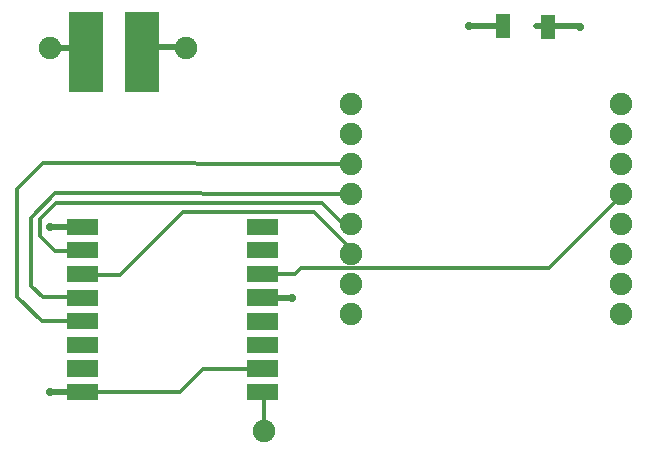
<source format=gbr>
%FSLAX34Y34*%
%MOMM*%
%LNCOPPER_TOP*%
G71*
G01*
%ADD10R,2.900X6.900*%
%ADD11C,0.700*%
%ADD12C,0.500*%
%ADD13R,1.300X2.000*%
%ADD14C,1.900*%
%ADD15R,2.600X1.400*%
%ADD16C,0.300*%
%LPD*%
X153988Y346869D02*
G54D10*
D03*
X201216Y346869D02*
G54D10*
D03*
X572294Y367903D02*
G54D11*
D03*
X477838Y368697D02*
G54D11*
D03*
G54D12*
X477838Y368697D02*
X506810Y368697D01*
X507207Y368300D01*
G54D12*
X535207Y368300D02*
X571897Y368300D01*
X572294Y367903D01*
X544807Y368200D02*
G54D13*
D03*
X507207Y368300D02*
G54D13*
D03*
G54D12*
X238522Y350837D02*
X210344Y350837D01*
X238522Y350441D02*
G54D14*
D03*
G36*
X303817Y191922D02*
X290317Y191922D01*
X290317Y205422D01*
X303817Y205422D01*
X303817Y191922D01*
G37*
G36*
X303817Y171922D02*
X290317Y171922D01*
X290317Y185422D01*
X303817Y185422D01*
X303817Y171922D01*
G37*
G36*
X303817Y151922D02*
X290317Y151922D01*
X290317Y165422D01*
X303817Y165422D01*
X303817Y151922D01*
G37*
G36*
X303817Y131922D02*
X290317Y131922D01*
X290317Y145422D01*
X303817Y145422D01*
X303817Y131922D01*
G37*
G36*
X303817Y111922D02*
X290317Y111922D01*
X290317Y125422D01*
X303817Y125422D01*
X303817Y111922D01*
G37*
G36*
X303817Y91922D02*
X290317Y91922D01*
X290317Y105422D01*
X303817Y105422D01*
X303817Y91922D01*
G37*
G36*
X303817Y71922D02*
X290317Y71922D01*
X290317Y85422D01*
X303817Y85422D01*
X303817Y71922D01*
G37*
G36*
X303817Y51922D02*
X290317Y51922D01*
X290317Y65422D01*
X303817Y65422D01*
X303817Y51922D01*
G37*
G36*
X164077Y191672D02*
X150077Y191672D01*
X150077Y205672D01*
X164077Y205672D01*
X164077Y191672D01*
G37*
G36*
X163827Y171922D02*
X150327Y171922D01*
X150327Y185422D01*
X163827Y185422D01*
X163827Y171922D01*
G37*
G36*
X163827Y151922D02*
X150327Y151922D01*
X150327Y165422D01*
X163827Y165422D01*
X163827Y151922D01*
G37*
G36*
X163827Y131922D02*
X150327Y131922D01*
X150327Y145422D01*
X163827Y145422D01*
X163827Y131922D01*
G37*
G36*
X163827Y111922D02*
X150327Y111922D01*
X150327Y125422D01*
X163827Y125422D01*
X163827Y111922D01*
G37*
G36*
X163827Y91922D02*
X150327Y91922D01*
X150327Y105422D01*
X163827Y105422D01*
X163827Y91922D01*
G37*
G36*
X163827Y71922D02*
X150327Y71922D01*
X150327Y85422D01*
X163827Y85422D01*
X163827Y71922D01*
G37*
G36*
X163827Y51922D02*
X150327Y51922D01*
X150327Y65422D01*
X163827Y65422D01*
X163827Y51922D01*
G37*
X150727Y178672D02*
G54D15*
D03*
X150727Y198672D02*
G54D15*
D03*
G36*
X137727Y165672D02*
X163727Y165672D01*
X163727Y151672D01*
X137727Y151672D01*
X137727Y165672D01*
G37*
X150727Y138672D02*
G54D15*
D03*
X150727Y118672D02*
G54D15*
D03*
X150727Y98672D02*
G54D15*
D03*
G36*
X137727Y85672D02*
X163727Y85672D01*
X163727Y71672D01*
X137727Y71672D01*
X137727Y85672D01*
G37*
X150727Y58672D02*
G54D15*
D03*
X303417Y198672D02*
G54D15*
D03*
X303417Y178672D02*
G54D15*
D03*
X303417Y158672D02*
G54D15*
D03*
G36*
X290417Y145672D02*
X316417Y145672D01*
X316417Y131672D01*
X290417Y131672D01*
X290417Y145672D01*
G37*
G36*
X290417Y125672D02*
X316417Y125672D01*
X316417Y111672D01*
X290417Y111672D01*
X290417Y125672D01*
G37*
X303417Y98672D02*
G54D15*
D03*
G36*
X290417Y85672D02*
X316417Y85672D01*
X316417Y71672D01*
X290417Y71672D01*
X290417Y85672D01*
G37*
X303417Y58672D02*
G54D15*
D03*
X378619Y302816D02*
G54D14*
D03*
X378619Y277416D02*
G54D14*
D03*
X378619Y252016D02*
G54D14*
D03*
X378619Y226616D02*
G54D14*
D03*
X378619Y201216D02*
G54D14*
D03*
X378619Y175816D02*
G54D14*
D03*
X378619Y150416D02*
G54D14*
D03*
X378619Y125016D02*
G54D14*
D03*
X607219Y302816D02*
G54D14*
D03*
X607219Y277416D02*
G54D14*
D03*
X607219Y252016D02*
G54D14*
D03*
X607219Y226616D02*
G54D14*
D03*
X607219Y201216D02*
G54D14*
D03*
X607219Y175816D02*
G54D14*
D03*
X607219Y150416D02*
G54D14*
D03*
X607219Y125016D02*
G54D14*
D03*
G54D16*
X378619Y252016D02*
X117078Y252413D01*
X95647Y230981D01*
X95647Y139303D01*
X116284Y118666D01*
X150727Y118672D01*
G54D16*
X378619Y226616D02*
X127794Y227013D01*
X107156Y206375D01*
X107156Y148828D01*
X117078Y138906D01*
X150492Y138906D01*
X150727Y138672D01*
G54D16*
X378619Y201216D02*
X371475Y201216D01*
X354012Y218678D01*
X128588Y218678D01*
X115094Y205184D01*
X115094Y190500D01*
X127794Y177800D01*
X149855Y177800D01*
X150727Y178672D01*
G54D16*
X378619Y175816D02*
X378619Y179784D01*
X346869Y211534D01*
X236141Y211534D01*
X182562Y157956D01*
X157792Y157956D01*
X157077Y158672D01*
X304403Y25797D02*
G54D14*
D03*
G54D16*
X304403Y25797D02*
X304403Y57686D01*
X303417Y58672D01*
X328216Y138509D02*
G54D11*
D03*
G54D12*
X328216Y138509D02*
X303579Y138509D01*
X303417Y138672D01*
G54D16*
X607219Y226616D02*
X607219Y225028D01*
X545703Y163513D01*
X335756Y163513D01*
X330597Y158353D01*
X303736Y158353D01*
X303417Y158672D01*
G54D16*
X303417Y78672D02*
X253297Y78672D01*
X233759Y59134D01*
X151189Y59134D01*
X150727Y58672D01*
X123342Y198672D02*
G54D11*
D03*
X123342Y58672D02*
G54D11*
D03*
G54D12*
X123342Y198672D02*
X150727Y198672D01*
G54D12*
X123342Y58672D02*
X150727Y58672D01*
X123428Y350441D02*
G54D14*
D03*
G54D12*
X123428Y350441D02*
X150416Y350441D01*
X153988Y346869D01*
M02*

</source>
